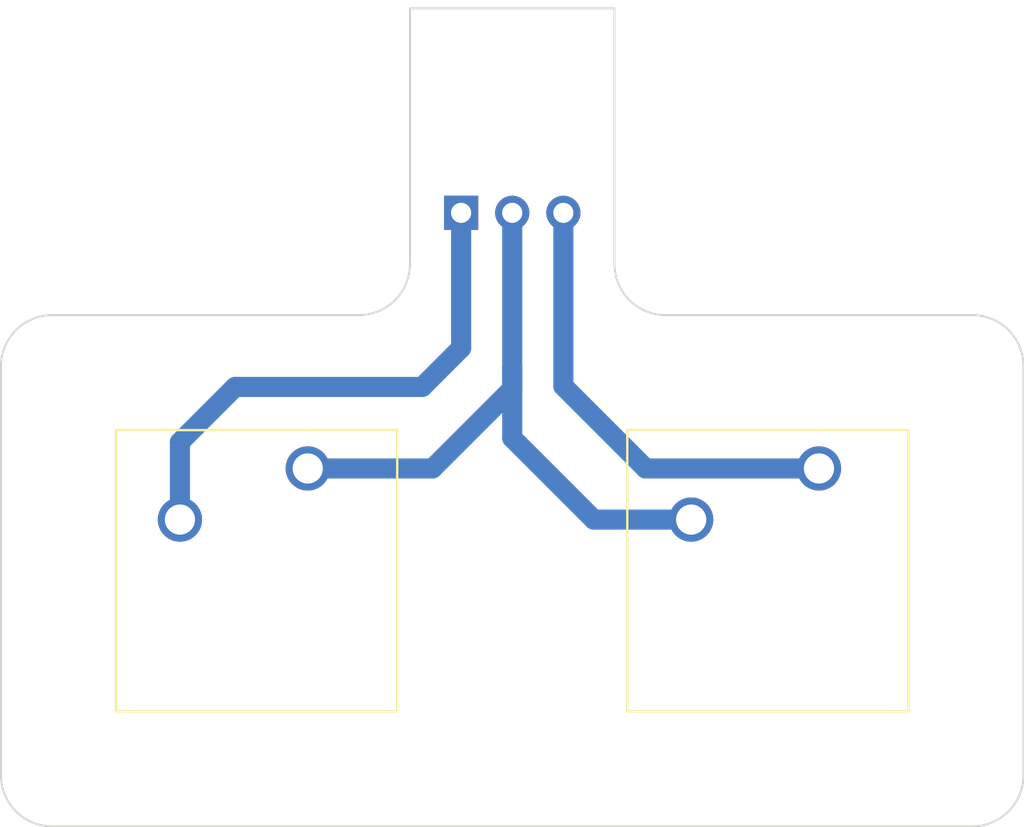
<source format=kicad_pcb>
(kicad_pcb (version 20221018) (generator pcbnew)
  (layers (0 "F.Cu" signal) (31 "B.Cu" signal) (34 "B.Paste" user) (35 "F.Paste" user) (36 "B.SilkS" user "B.Silkscreen") (37 "F.SilkS" user "F.Silkscreen") (38 "B.Mask" user) (39 "F.Mask" user) (44 "Edge.Cuts" user))
  (net 0 "")
  (net 1 "Net-(J1-Pin_1)")
  (net 2 "Net-(J1-Pin_2)")
  (net 3 "Net-(J1-Pin_3)")
  (footprint "Button_Switch_Keyboard:SW_Cherry_MX_1.00u_PCB" (layer "F.Cu") (at 66.04 81.28)
    (fp_text reference "SW1" hide)
    (fp_text value "SW_Push")
    (fp_line (start -9.525 -1.905) (end 4.445 -1.905) (stroke (width 0.12)) (layer "F.SilkS"))
    (fp_line (start -9.525 12.065) (end -9.525 -1.905) (stroke (width 0.12)) (layer "F.SilkS"))
    (fp_line (start 4.445 -1.905) (end 4.445 12.065) (stroke (width 0.12)) (layer "F.SilkS"))
    (fp_line (start 4.445 12.065) (end -9.525 12.065) (stroke (width 0.12)) (layer "F.SilkS"))
    (pad "" np_thru_hole circle (at -7.62 5.08) (size 1.7 1.7) (drill 1.7) (layers "*.Cu" "*.Mask"))
    (pad "" np_thru_hole circle (at -2.54 5.08) (size 4 4) (drill 4) (layers "*.Cu" "*.Mask"))
    (pad "" np_thru_hole circle (at 2.54 5.08) (size 1.7 1.7) (drill 1.7) (layers "*.Cu" "*.Mask"))
    (pad "1" thru_hole circle (at 0 0) (size 2.2 2.2) (drill 1.5) (layers "*.Cu" "*.Mask") (net 2 "Net-(J1-Pin_2)"))
    (pad "2" thru_hole circle (at -6.35 2.54) (size 2.2 2.2) (drill 1.5) (layers "*.Cu" "*.Mask") (net 1 "Net-(J1-Pin_1)"))
  )
  (footprint "Button_Switch_Keyboard:SW_Cherry_MX_1.00u_PCB" (layer "F.Cu") (at 91.44 81.28)
    (fp_text reference "SW2" hide)
    (fp_text value "SW_Push")
    (fp_line (start -9.525 -1.905) (end 4.445 -1.905) (stroke (width 0.12)) (layer "F.SilkS"))
    (fp_line (start -9.525 12.065) (end -9.525 -1.905) (stroke (width 0.12)) (layer "F.SilkS"))
    (fp_line (start 4.445 -1.905) (end 4.445 12.065) (stroke (width 0.12)) (layer "F.SilkS"))
    (fp_line (start 4.445 12.065) (end -9.525 12.065) (stroke (width 0.12)) (layer "F.SilkS"))
    (pad "" np_thru_hole circle (at -7.62 5.08) (size 1.7 1.7) (drill 1.7) (layers "*.Cu" "*.Mask"))
    (pad "" np_thru_hole circle (at -2.54 5.08) (size 4 4) (drill 4) (layers "*.Cu" "*.Mask"))
    (pad "" np_thru_hole circle (at 2.54 5.08) (size 1.7 1.7) (drill 1.7) (layers "*.Cu" "*.Mask"))
    (pad "1" thru_hole circle (at 0 0) (size 2.2 2.2) (drill 1.5) (layers "*.Cu" "*.Mask") (net 3 "Net-(J1-Pin_3)"))
    (pad "2" thru_hole circle (at -6.35 2.54) (size 2.2 2.2) (drill 1.5) (layers "*.Cu" "*.Mask") (net 2 "Net-(J1-Pin_2)"))
  )
  (footprint "Connector_PinHeader_2.54mm:PinHeader_1x03_P2.54mm_Horizontal" (layer "F.Cu") (at 73.66 68.58 90)
    (fp_text reference "J1" hide)
    (fp_text value "Header")
    (pad "1" thru_hole rect (at 0 0 90) (size 1.7 1.7) (drill 1) (layers "*.Cu" "*.Mask") (net 1 "Net-(J1-Pin_1)"))
    (pad "2" thru_hole oval (at 0 2.54 90) (size 1.7 1.7) (drill 1) (layers "*.Cu" "*.Mask") (net 2 "Net-(J1-Pin_2)"))
    (pad "3" thru_hole oval (at 0 5.08 90) (size 1.7 1.7) (drill 1) (layers "*.Cu" "*.Mask") (net 3 "Net-(J1-Pin_3)"))
  )
  (gr_line (start 71.12 58.42) (end 71.12 71.12) (stroke (width 0.1)) (layer "Edge.Cuts"))
  (gr_arc (start 50.8 76.2) (mid 51.543949 74.403949) (end 53.34 73.66) (stroke (width 0.1)) (layer "Edge.Cuts"))
  (gr_arc (start 101.6 96.52) (mid 100.856051 98.316051) (end 99.06 99.06) (stroke (width 0.1)) (layer "Edge.Cuts"))
  (gr_line (start 99.06 73.66) (end 83.82 73.66) (stroke (width 0.1)) (layer "Edge.Cuts"))
  (gr_line (start 53.34 99.06) (end 99.06 99.06) (stroke (width 0.1)) (layer "Edge.Cuts"))
  (gr_line (start 68.58 73.66) (end 53.34 73.66) (stroke (width 0.1)) (layer "Edge.Cuts"))
  (gr_arc (start 53.34 99.06) (mid 51.543949 98.316051) (end 50.8 96.52) (stroke (width 0.1)) (layer "Edge.Cuts"))
  (gr_line (start 81.28 71.12) (end 81.28 58.42) (stroke (width 0.1)) (layer "Edge.Cuts"))
  (gr_arc (start 71.12 71.12) (mid 70.376051 72.916051) (end 68.58 73.66) (stroke (width 0.1)) (layer "Edge.Cuts"))
  (gr_arc (start 83.82 73.66) (mid 82.023949 72.916051) (end 81.28 71.12) (stroke (width 0.1)) (layer "Edge.Cuts"))
  (gr_line (start 101.6 96.52) (end 101.6 76.2) (stroke (width 0.1)) (layer "Edge.Cuts"))
  (gr_line (start 81.28 58.42) (end 71.12 58.42) (stroke (width 0.1)) (layer "Edge.Cuts"))
  (gr_line (start 50.8 76.2) (end 50.8 96.52) (stroke (width 0.1)) (layer "Edge.Cuts"))
  (gr_arc (start 99.06 73.66) (mid 100.856051 74.403949) (end 101.6 76.2) (stroke (width 0.1)) (layer "Edge.Cuts"))
  (segment (start 59.69 79.97) (end 59.69 83.82) (width 1) (layer "B.Cu") (net 1))
  (segment (start 71.73 77.23) (end 62.43 77.23) (width 1) (layer "B.Cu") (net 1))
  (segment (start 73.66 75.3) (end 71.73 77.23) (width 1) (layer "B.Cu") (net 1))
  (segment (start 73.66 68.58) (end 73.66 75.3) (width 1) (layer "B.Cu") (net 1))
  (segment (start 62.43 77.23) (end 59.69 79.97) (width 1) (layer "B.Cu") (net 1))
  (segment (start 76.2 76.29) (end 76.2 79.77) (width 1) (layer "B.Cu") (net 2))
  (segment (start 76.2 76.29) (end 76.2 77.32) (width 1) (layer "B.Cu") (net 2))
  (segment (start 76.2 68.58) (end 76.2 76.29) (width 1) (layer "B.Cu") (net 2))
  (segment (start 76.2 79.77) (end 80.25 83.82) (width 1) (layer "B.Cu") (net 2))
  (segment (start 80.25 83.82) (end 85.09 83.82) (width 1) (layer "B.Cu") (net 2))
  (segment (start 76.2 77.32) (end 72.24 81.28) (width 1) (layer "B.Cu") (net 2))
  (segment (start 72.24 81.28) (end 66.04 81.28) (width 1) (layer "B.Cu") (net 2))
  (segment (start 78.74 77.19) (end 82.83 81.28) (width 1) (layer "B.Cu") (net 3))
  (segment (start 91.44 81.28) (end 82.83 81.28) (width 1) (layer "B.Cu") (net 3))
  (segment (start 78.74 68.58) (end 78.74 77.19) (width 1) (layer "B.Cu") (net 3))
)
</source>
